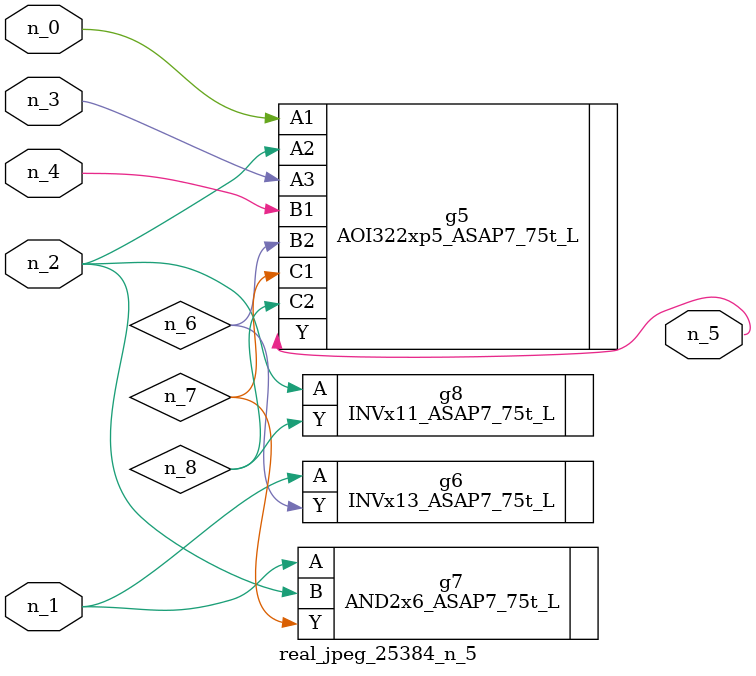
<source format=v>
module real_jpeg_25384_n_5 (n_4, n_0, n_1, n_2, n_3, n_5);

input n_4;
input n_0;
input n_1;
input n_2;
input n_3;

output n_5;

wire n_8;
wire n_6;
wire n_7;

AOI322xp5_ASAP7_75t_L g5 ( 
.A1(n_0),
.A2(n_2),
.A3(n_3),
.B1(n_4),
.B2(n_6),
.C1(n_7),
.C2(n_8),
.Y(n_5)
);

INVx13_ASAP7_75t_L g6 ( 
.A(n_1),
.Y(n_6)
);

AND2x6_ASAP7_75t_L g7 ( 
.A(n_1),
.B(n_2),
.Y(n_7)
);

INVx11_ASAP7_75t_L g8 ( 
.A(n_2),
.Y(n_8)
);


endmodule
</source>
